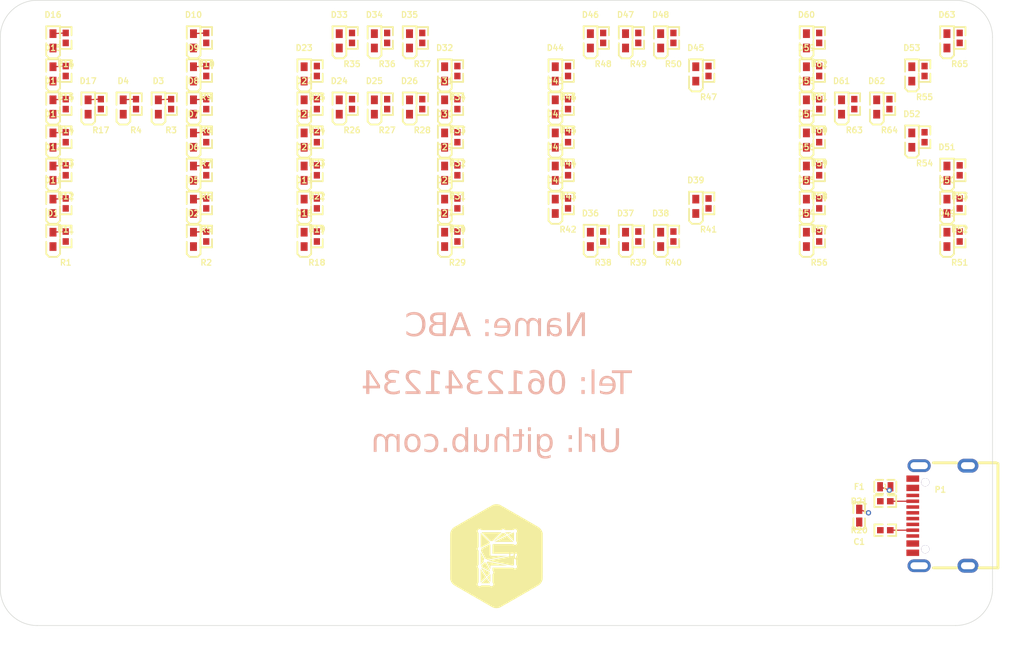
<source format=kicad_pcb>
(kicad_pcb (version 20240108) (generator "pcbnew") (generator_version "8.0")
  (layers (0 "F.Cu" signal) (31 "B.Cu" signal) (34 "B.Paste" user) (35 "F.Paste" user) (36 "B.SilkS" user "B.Silkscreen") (37 "F.SilkS" user "F.Silkscreen") (38 "B.Mask" user) (39 "F.Mask" user) (44 "Edge.Cuts" user))
  (net 0 "")
  (net 1 "P1-10")
  (net 2 "P1-4-R20-1")
  (net 3 "F1-1-P1-11-P1-2")
  (net 4 "P1-6")
  (net 5 "P1-9-R21-1")
  (net 6 "P1-13-P1-14")
  (net 7 "P1-7")
  (net 8 "gnd")
  (net 9 "P1-8")
  (net 10 "P1-3")
  (net 11 "P1-5")
  (net 12 "D4-1-R4-1")
  (net 13 "D17-1-R17-1")
  (net 14 "D16-1-R16-1")
  (net 15 "D15-1-R15-1")
  (net 16 "D14-1-R14-1")
  (net 17 "D13-1-R13-1")
  (net 18 "D12-1-R12-1")
  (net 19 "D11-1-R11-1")
  (net 20 "D1-1-R1-1")
  (net 21 "vbus")
  (net 22 "D3-1-R3-1")
  (net 23 "D2-1-R2-1")
  (net 24 "D7-1-R7-1")
  (net 25 "D5-1-R5-1")
  (net 26 "D6-1-R6-1")
  (net 27 "D20-1-R22-1")
  (net 28 "D19-1-R19-1")
  (net 29 "D18-1-R18-1")
  (net 30 "D10-1-R10-1")
  (net 31 "D8-1-R8-1")
  (net 32 "D30-1-R32-1")
  (net 33 "D29-1-R31-1")
  (net 34 "D28-1-R30-1")
  (net 35 "D9-1-R9-1")
  (net 36 "D27-1-R29-1")
  (net 37 "D26-1-R28-1")
  (net 38 "D25-1-R27-1")
  (net 39 "D24-1-R26-1")
  (net 40 "D23-1-R25-1")
  (net 41 "D22-1-R24-1")
  (net 42 "D21-1-R23-1")
  (net 43 "R22-2")
  (net 44 "R2-2")
  (net 45 "R19-2")
  (net 46 "R18-2")
  (net 47 "R17-2")
  (net 48 "R16-2")
  (net 49 "R15-2")
  (net 50 "R14-2")
  (net 51 "R13-2")
  (net 52 "R12-2")
  (net 53 "R11-2")
  (net 54 "R10-2")
  (net 55 "R1-2")
  (net 56 "R3-2")
  (net 57 "R8-2")
  (net 58 "R7-2")
  (net 59 "R6-2")
  (net 60 "R5-2")
  (net 61 "R4-2")
  (net 62 "R32-2")
  (net 63 "R31-2")
  (net 64 "R30-2")
  (net 65 "R9-2")
  (net 66 "R29-2")
  (net 67 "R28-2")
  (net 68 "R27-2")
  (net 69 "R26-2")
  (net 70 "R25-2")
  (net 71 "R24-2")
  (net 72 "R23-2")
  (net 73 "D9-2")
  (net 74 "D1-2")
  (net 75 "D10-2")
  (net 76 "D11-2")
  (net 77 "D12-2")
  (net 78 "D13-2")
  (net 79 "D14-2")
  (net 80 "D15-2")
  (net 81 "D16-2")
  (net 82 "D17-2")
  (net 83 "D18-2")
  (net 84 "D19-2")
  (net 85 "D2-2")
  (net 86 "D20-2")
  (net 87 "D21-2")
  (net 88 "D22-2")
  (net 89 "D23-2")
  (net 90 "D24-2")
  (net 91 "D25-2")
  (net 92 "D26-2")
  (net 93 "D27-2")
  (net 94 "D28-2")
  (net 95 "D29-2")
  (net 96 "D3-2")
  (net 97 "D30-2")
  (net 98 "D4-2")
  (net 99 "D5-2")
  (net 100 "D6-2")
  (net 101 "D7-2")
  (net 102 "D8-2")
  (net 103 "R42-2")
  (net 104 "D40-1-R42-1")
  (net 105 "D48-1-R50-1")
  (net 106 "R50-2")
  (net 107 "D47-1-R49-1")
  (net 108 "R49-2")
  (net 109 "R48-2")
  (net 110 "D46-1-R48-1")
  (net 111 "D45-1-R47-1")
  (net 112 "R47-2")
  (net 113 "D44-1-R46-1")
  (net 114 "R46-2")
  (net 115 "D43-1-R45-1")
  (net 116 "R45-2")
  (net 117 "R44-2")
  (net 118 "D42-1-R44-1")
  (net 119 "R43-2")
  (net 120 "D41-1-R43-1")
  (net 121 "R41-2")
  (net 122 "D39-1-R41-1")
  (net 123 "R40-2")
  (net 124 "D38-1-R40-1")
  (net 125 "D37-1-R39-1")
  (net 126 "R39-2")
  (net 127 "D36-1-R38-1")
  (net 128 "R38-2")
  (net 129 "D35-1-R37-1")
  (net 130 "R37-2")
  (net 131 "D34-1-R36-1")
  (net 132 "R36-2")
  (net 133 "R35-2")
  (net 134 "D33-1-R35-1")
  (net 135 "R34-2")
  (net 136 "D32-1-R34-1")
  (net 137 "R33-2")
  (net 138 "D31-1-R33-1")
  (net 139 "D32-2")
  (net 140 "D48-2")
  (net 141 "D47-2")
  (net 142 "D46-2")
  (net 143 "D45-2")
  (net 144 "D44-2")
  (net 145 "D43-2")
  (net 146 "D42-2")
  (net 147 "D41-2")
  (net 148 "D40-2")
  (net 149 "D39-2")
  (net 150 "D38-2")
  (net 151 "D37-2")
  (net 152 "D36-2")
  (net 153 "D35-2")
  (net 154 "D34-2")
  (net 155 "D33-2")
  (net 156 "D31-2")
  (net 157 "R61-2")
  (net 158 "D59-1-R61-1")
  (net 159 "R54-2")
  (net 160 "D52-1-R54-1")
  (net 161 "R55-2")
  (net 162 "D53-1-R55-1")
  (net 163 "D54-1-R56-1")
  (net 164 "R56-2")
  (net 165 "R57-2")
  (net 166 "D55-1-R57-1")
  (net 167 "D56-1-R58-1")
  (net 168 "R58-2")
  (net 169 "R59-2")
  (net 170 "D57-1-R59-1")
  (net 171 "R60-2")
  (net 172 "D58-1-R60-1")
  (net 173 "R53-2")
  (net 174 "D51-1-R53-1")
  (net 175 "D60-1-R62-1")
  (net 176 "R62-2")
  (net 177 "R63-2")
  (net 178 "D61-1-R63-1")
  (net 179 "D62-1-R64-1")
  (net 180 "R64-2")
  (net 181 "R65-2")
  (net 182 "D63-1-R65-1")
  (net 183 "R51-2")
  (net 184 "D49-1-R51-1")
  (net 185 "D50-1-R52-1")
  (net 186 "R52-2")
  (net 187 "D63-2")
  (net 188 "D62-2")
  (net 189 "D61-2")
  (net 190 "D60-2")
  (net 191 "D59-2")
  (net 192 "D58-2")
  (net 193 "D57-2")
  (net 194 "D56-2")
  (net 195 "D55-2")
  (net 196 "D54-2")
  (net 197 "D53-2")
  (net 198 "D51-2")
  (net 199 "D49-2")
  (net 200 "D50-2")
  (net 201 "D52-2")
  (footprint "lcsc:LED0402-R-RD_RED" (layer "F.Cu") (at 35.3030303030303 9.21428571428571 90)
    (property "Reference" "D26")
    (property "Value" "LED")
  )
  (footprint "lcsc:R0402" (layer "F.Cu") (at 70.64545454545454 8.96428571428571 -90)
    (property "Reference" "R60")
    (property "Value" "100Ω")
  )
  (footprint "lcsc:LED0402-R-RD_RED" (layer "F.Cu") (at 26.21212121212121 17.78571428571428 90)
    (property "Reference" "D19")
    (property "Value" "LED")
  )
  (footprint "lcsc:R0402" (layer "F.Cu") (at 58.06969696969697 3.25 -90)
    (property "Reference" "R50")
    (property "Value" "100Ω")
  )
  (footprint "lcsc:LED0402-R-RD_RED" (layer "F.Cu") (at 16.666666666666664 17.78571428571428 90)
    (property "Reference" "D5")
    (property "Value" "LED")
  )
  (footprint "lcsc:R0402" (layer "F.Cu") (at 48.97878787878788 6.107142857142852 -90)
    (property "Reference" "R46")
    (property "Value" "100Ω")
  )
  (footprint "lcsc:R0402" (layer "F.Cu") (at 70.64545454545454 11.821428571428568 -90)
    (property "Reference" "R59")
    (property "Value" "100Ω")
  )
  (footprint "lcsc:LED0402-R-RD_RED" (layer "F.Cu") (at 29.242424242424242 9.21428571428571 90)
    (property "Reference" "D24")
    (property "Value" "LED")
  )
  (footprint "lcsc:R0402" (layer "F.Cu") (at 8.675757575757576 8.96428571428571 -90)
    (property "Reference" "R17")
    (property "Value" "100Ω")
  )
  (footprint "lcsc:LED0402-R-RD_RED" (layer "F.Cu") (at 56.96969696969697 3.5 90)
    (property "Reference" "D48")
    (property "Value" "LED")
  )
  (footprint "lcsc:R0402" (layer "F.Cu") (at 55.03939393939394 3.25 -90)
    (property "Reference" "R49")
    (property "Value" "100Ω")
  )
  (footprint "lcsc:R0402" (layer "F.Cu") (at 76.35 45.75 180)
    (property "Reference" "R20")
    (property "Value" "5.1kΩ")
  )
  (footprint "lcsc:LED0402-R-RD_RED" (layer "F.Cu") (at 69.54545454545455 3.5 90)
    (property "Reference" "D60")
    (property "Value" "LED")
  )
  (footprint "lcsc:R0402" (layer "F.Cu") (at 79.73636363636363 11.821428571428568 -90)
    (property "Reference" "R54")
    (property "Value" "100Ω")
  )
  (footprint "lcsc:LED0402-R-RD_RED" (layer "F.Cu") (at 38.33333333333333 12.071428571428568 90)
    (property "Reference" "D30")
    (property "Value" "LED")
  )
  (footprint "lcsc:LED0402-R-RD_RED" (layer "F.Cu") (at 38.33333333333333 6.357142857142852 90)
    (property "Reference" "D32")
    (property "Value" "LED")
  )
  (footprint "lcsc:R0402" (layer "F.Cu") (at 36.4030303030303 8.96428571428571 -90)
    (property "Reference" "R28")
    (property "Value" "100Ω")
  )
  (footprint "lcsc:R0402" (layer "F.Cu") (at 52.00909090909091 3.25 -90)
    (property "Reference" "R48")
    (property "Value" "100Ω")
  )
  (footprint "lcsc:R0402" (layer "F.Cu") (at 30.342424242424244 3.25 -90)
    (property "Reference" "R35")
    (property "Value" "100Ω")
  )
  (footprint "lcsc:LED0402-R-RD_RED" (layer "F.Cu") (at 69.54545454545455 17.78571428571428 90)
    (property "Reference" "D55")
    (property "Value" "LED")
  )
  (footprint "lcsc:R0402" (layer "F.Cu") (at 5.645454545454546 20.39285714285714 -90)
    (property "Reference" "R1")
    (property "Value" "100Ω")
  )
  (footprint "lcsc:R0402" (layer "F.Cu") (at 27.312121212121212 14.678571428571423 -90)
    (property "Reference" "R22")
    (property "Value" "100Ω")
  )
  (footprint "lcsc:LED0402-R-RD_RED" (layer "F.Cu") (at 69.54545454545455 12.071428571428568 90)
    (property "Reference" "D57")
    (property "Value" "LED")
  )
  (footprint "lcsc:R0402" (layer "F.Cu") (at 82.76666666666667 3.25 -90)
    (property "Reference" "R65")
    (property "Value" "100Ω")
  )
  (footprint "lcsc:R0402" (layer "F.Cu") (at 5.645454545454546 8.96428571428571 -90)
    (property "Reference" "R14")
    (property "Value" "100Ω")
  )
  (footprint "lcsc:R0402" (layer "F.Cu") (at 48.97878787878788 14.678571428571423 -90)
    (property "Reference" "R43")
    (property "Value" "100Ω")
  )
  (footprint "lcsc:LED0402-R-RD_RED" (layer "F.Cu") (at 16.666666666666664 6.357142857142852 90)
    (property "Reference" "D9")
    (property "Value" "LED")
  )
  (footprint "lcsc:LED0402-R-RD_RED" (layer "F.Cu") (at 53.93939393939394 20.64285714285714 90)
    (property "Reference" "D37")
    (property "Value" "LED")
  )
  (footprint "lcsc:LED0402-R-RD_RED" (layer "F.Cu") (at 47.878787878787875 17.78571428571428 90)
    (property "Reference" "D40")
    (property "Value" "LED")
  )
  (footprint "lcsc:LED0402-R-RD_RED" (layer "F.Cu") (at 81.66666666666667 20.64285714285714 90)
    (property "Reference" "D49")
    (property "Value" "LED")
  )
  (footprint "lcsc:LED0402-R-RD_RED" (layer "F.Cu") (at 81.66666666666667 3.5 90)
    (property "Reference" "D63")
    (property "Value" "LED")
  )
  (footprint "lcsc:LED0402-R-RD_RED" (layer "F.Cu") (at 4.545454545454547 9.21428571428571 90)
    (property "Reference" "D14")
    (property "Value" "LED")
  )
  (footprint "lcsc:LED0402-R-RD_RED" (layer "F.Cu") (at 81.66666666666667 14.928571428571423 90)
    (property "Reference" "D51")
    (property "Value" "LED")
  )
  (footprint "lcsc:LED0402-R-RD_RED" (layer "F.Cu") (at 16.666666666666664 9.21428571428571 90)
    (property "Reference" "D8")
    (property "Value" "LED")
  )
  (footprint "lcsc:LED0402-R-RD_RED" (layer "F.Cu") (at 78.63636363636364 12.071428571428568 90)
    (property "Reference" "D52")
    (property "Value" "LED")
  )
  (footprint "lcsc:LED0402-R-RD_RED" (layer "F.Cu") (at 50.90909090909091 3.5 90)
    (property "Reference" "D46")
    (property "Value" "LED")
  )
  (footprint "lcsc:LED0402-R-RD_RED" (layer "F.Cu") (at 47.878787878787875 9.21428571428571 90)
    (property "Reference" "D43")
    (property "Value" "LED")
  )
  (footprint "lcsc:R0402" (layer "F.Cu") (at 70.64545454545454 14.678571428571423 -90)
    (property "Reference" "R58")
    (property "Value" "100Ω")
  )
  (footprint "lcsc:LED0402-R-RD_RED" (layer "F.Cu") (at 26.21212121212121 14.928571428571423 90)
    (property "Reference" "D20")
    (property "Value" "LED")
  )
  (footprint "lcsc:R0402" (layer "F.Cu") (at 61.1 6.107142857142852 -90)
    (property "Reference" "R47")
    (property "Value" "100Ω")
  )
  (footprint "lcsc:LED0402-R-RD_RED" (layer "F.Cu") (at 16.666666666666664 3.5 90)
    (property "Reference" "D10")
    (property "Value" "LED")
  )
  (footprint "lcsc:R0402" (layer "F.Cu") (at 70.64545454545454 3.25 -90)
    (property "Reference" "R62")
    (property "Value" "100Ω")
  )
  (footprint "lcsc:LED0402-R-RD_RED" (layer "F.Cu") (at 47.878787878787875 12.071428571428568 90)
    (property "Reference" "D42")
    (property "Value" "LED")
  )
  (footprint "lcsc:LED0402-R-RD_RED" (layer "F.Cu") (at 4.545454545454547 17.78571428571428 90)
    (property "Reference" "D11")
    (property "Value" "LED")
  )
  (footprint "lcsc:R0402" (layer "F.Cu") (at 76.7060606060606 8.96428571428571 -90)
    (property "Reference" "R64")
    (property "Value" "100Ω")
  )
  (footprint "lcsc:LED0402-R-RD_RED" (layer "F.Cu") (at 47.878787878787875 6.357142857142852 90)
    (property "Reference" "D44")
    (property "Value" "LED")
  )
  (footprint "lcsc:R0402" (layer "F.Cu") (at 17.766666666666666 20.39285714285714 -90)
    (property "Reference" "R2")
    (property "Value" "100Ω")
  )
  (footprint "lcsc:USB-C-SMD_TYPE-C-6PIN-2MD-073" (layer "F.Cu") (at 81.1 44.5 90)
    (property "Reference" "P1")
    (property "Value" "USB_Type_C_Receptacle_16_pin")
  )
  (footprint "lcsc:R0402" (layer "F.Cu") (at 17.766666666666666 11.821428571428568 -90)
    (property "Reference" "R7")
    (property "Value" "100Ω")
  )
  (footprint "lcsc:R0402" (layer "F.Cu") (at 5.645454545454546 14.678571428571423 -90)
    (property "Reference" "R12")
    (property "Value" "100Ω")
  )
  (footprint "lcsc:R0402" (layer "F.Cu") (at 76.35 43.25 180)
    (property "Reference" "R21")
    (property "Value" "5.1kΩ")
  )
  (footprint "lcsc:LED0402-R-RD_RED" (layer "F.Cu") (at 16.666666666666664 20.64285714285714 90)
    (property "Reference" "D2")
    (property "Value" "LED")
  )
  (footprint "lcsc:R0402" (layer "F.Cu") (at 17.766666666666666 8.96428571428571 -90)
    (property "Reference" "R8")
    (property "Value" "100Ω")
  )
  (footprint "lcsc:R0402" (layer "F.Cu") (at 48.97878787878788 17.53571428571428 -90)
    (property "Reference" "R42")
    (property "Value" "100Ω")
  )
  (footprint "lcsc:LED0402-R-RD_RED" (layer "F.Cu") (at 4.545454545454547 12.071428571428568 90)
    (property "Reference" "D13")
    (property "Value" "LED")
  )
  (footprint "lcsc:R0402" (layer "F.Cu") (at 17.766666666666666 3.25 -90)
    (property "Reference" "R10")
    (property "Value" "100Ω")
  )
  (footprint "lcsc:R0402" (layer "F.Cu") (at 52.00909090909091 20.39285714285714 -90)
    (property "Reference" "R38")
    (property "Value" "100Ω")
  )
  (footprint "lcsc:LED0402-R-RD_RED" (layer "F.Cu") (at 69.54545454545455 9.21428571428571 90)
    (property "Reference" "D58")
    (property "Value" "LED")
  )
  (footprint "lcsc:R0402" (layer "F.Cu") (at 27.312121212121212 17.53571428571428 -90)
    (property "Reference" "R19")
    (property "Value" "100Ω")
  )
  (footprint "lcsc:R0402" (layer "F.Cu") (at 17.766666666666666 17.53571428571428 -90)
    (property "Reference" "R5")
    (property "Value" "100Ω")
  )
  (footprint "lcsc:R0402" (layer "F.Cu") (at 48.97878787878788 11.821428571428568 -90)
    (property "Reference" "R44")
    (property "Value" "100Ω")
  )
  (footprint "lcsc:LED0402-R-RD_RED" (layer "F.Cu") (at 69.54545454545455 20.64285714285714 90)
    (property "Reference" "D54")
    (property "Value" "LED")
  )
  (footprint "lcsc:LED0402-R-RD_RED" (layer "F.Cu") (at 4.545454545454547 3.5 90)
    (property "Reference" "D16")
    (property "Value" "LED")
  )
  (footprint "lcsc:LED0402-R-RD_RED" (layer "F.Cu") (at 38.33333333333333 9.21428571428571 90)
    (property "Reference" "D31")
    (property "Value" "LED")
  )
  (footprint "lcsc:LED0402-R-RD_RED" (layer "F.Cu") (at 32.272727272727266 9.21428571428571 90)
    (property "Reference" "D25")
    (property "Value" "LED")
  )
  (footprint "lcsc:R0402" (layer "F.Cu") (at 33.37272727272727 3.25 -90)
    (property "Reference" "R36")
    (property "Value" "100Ω")
  )
  (footprint "lcsc:LED0402-R-RD_RED" (layer "F.Cu") (at 69.54545454545455 6.357142857142852 90)
    (property "Reference" "D59")
    (property "Value" "LED")
  )
  (footprint "lcsc:LED0402-R-RD_RED" (layer "F.Cu") (at 50.90909090909091 20.64285714285714 90)
    (property "Reference" "D36")
    (property "Value" "LED")
  )
  (footprint "lcsc:LED0402-R-RD_RED" (layer "F.Cu") (at 60.0 6.357142857142852 90)
    (property "Reference" "D45")
    (property "Value" "LED")
  )
  (footprint "lcsc:LED0402-R-RD_RED" (layer "F.Cu") (at 35.3030303030303 3.5 90)
    (property "Reference" "D35")
    (property "Value" "LED")
  )
  (footprint "lcsc:R0402" (layer "F.Cu") (at 82.76666666666667 14.678571428571423 -90)
    (property "Reference" "R53")
    (property "Value" "100Ω")
  )
  (footprint "lcsc:R0402" (layer "F.Cu") (at 79.73636363636363 6.107142857142852 -90)
    (property "Reference" "R55")
    (property "Value" "100Ω")
  )
  (footprint "lcsc:R0402" (layer "F.Cu") (at 5.645454545454546 17.53571428571428 -90)
    (property "Reference" "R11")
    (property "Value" "100Ω")
  )
  (footprint "lcsc:LED0402-R-RD_RED" (layer "F.Cu") (at 26.21212121212121 12.071428571428568 90)
    (property "Reference" "D21")
    (property "Value" "LED")
  )
  (footprint "lcsc:LED0402-R-RD_RED" (layer "F.Cu") (at 38.33333333333333 17.78571428571428 90)
    (property "Reference" "D28")
    (property "Value" "LED")
  )
  (footprint "lcsc:LED0402-R-RD_RED" (layer "F.Cu") (at 26.21212121212121 20.64285714285714 90)
    (property "Reference" "D18")
    (property "Value" "LED")
  )
  (footprint "lcsc:R0402" (layer "F.Cu") (at 39.43333333333333 17.53571428571428 -90)
    (property "Reference" "R30")
    (property "Value" "100Ω")
  )
  (footprint "lcsc:R0402" (layer "F.Cu") (at 11.706060606060605 8.96428571428571 -90)
    (property "Reference" "R4")
    (property "Value" "100Ω")
  )
  (footprint "lcsc:LED0402-R-RD_RED" (layer "F.Cu") (at 78.63636363636364 6.357142857142852 90)
    (property "Reference" "D53")
    (property "Value" "LED")
  )
  (footprint "lcsc:R0402" (layer "F.Cu") (at 39.43333333333333 6.107142857142852 -90)
    (property "Reference" "R34")
    (property "Value" "100Ω")
  )
  (footprint "lcsc:R0402" (layer "F.Cu") (at 70.64545454545454 20.39285714285714 -90)
    (property "Reference" "R56")
    (property "Value" "100Ω")
  )
  (footprint "lcsc:LED0402-R-RD_RED" (layer "F.Cu") (at 75.60606060606061 9.21428571428571 90)
    (property "Reference" "D62")
    (property "Value" "LED")
  )
  (footprint "logo:faebryk_logo" (layer "F.Cu") (at 42.8 47.989999999999995 0)
    (property "Reference" "LOGO1")
    (property "Value" "Faebryk_Logo" (hide yes))
  )
  (footprint "lcsc:LED0402-R-RD_RED" (layer "F.Cu") (at 53.93939393939394 3.5 90)
    (property "Reference" "D47")
    (property "Value" "LED")
  )
  (footprint "lcsc:LED0402-R-RD_RED" (layer "F.Cu") (at 29.242424242424242 3.5 90)
    (property "Reference" "D33")
    (property "Value" "LED")
  )
  (footprint "lcsc:C0402" (layer "F.Cu") (at 74.1 44.5 270)
    (property "Reference" "C1")
    (property "Value" "100nF 16V X7R")
  )
  (footprint "lcsc:R0402" (layer "F.Cu") (at 39.43333333333333 20.39285714285714 -90)
    (property "Reference" "R29")
    (property "Value" "100Ω")
  )
  (footprint "lcsc:R0402" (layer "F.Cu") (at 39.43333333333333 14.678571428571423 -90)
    (property "Reference" "R31")
    (property "Value" "100Ω")
  )
  (footprint "lcsc:LED0402-R-RD_RED" (layer "F.Cu") (at 47.878787878787875 14.928571428571423 90)
    (property "Reference" "D41")
    (property "Value" "LED")
  )
  (footprint "lcsc:R0402" (layer "F.Cu") (at 70.64545454545454 6.107142857142852 -90)
    (property "Reference" "R61")
    (property "Value" "100Ω")
  )
  (footprint "lcsc:LED0402-R-RD_RED" (layer "F.Cu") (at 13.636363636363637 9.21428571428571 90)
    (property "Reference" "D3")
    (property "Value" "LED")
  )
  (footprint "lcsc:R0402" (layer "F.Cu") (at 17.766666666666666 6.107142857142852 -90)
    (property "Reference" "R9")
    (property "Value" "100Ω")
  )
  (footprint "lcsc:R0402" (layer "F.Cu") (at 39.43333333333333 8.96428571428571 -90)
    (property "Reference" "R33")
    (property "Value" "100Ω")
  )
  (footprint "lcsc:R0402" (layer "F.Cu") (at 5.645454545454546 3.25 -90)
    (property "Reference" "R16")
    (property "Value" "100Ω")
  )
  (footprint "lcsc:R0402" (layer "F.Cu") (at 27.312121212121212 11.821428571428568 -90)
    (property "Reference" "R23")
    (property "Value" "100Ω")
  )
  (footprint "lcsc:LED0402-R-RD_RED" (layer "F.Cu") (at 72.57575757575758 9.21428571428571 90)
    (property "Reference" "D61")
    (property "Value" "LED")
  )
  (footprint "lcsc:LED0402-R-RD_RED" (layer "F.Cu") (at 32.272727272727266 3.5 90)
    (property "Reference" "D34")
    (property "Value" "LED")
  )
  (footprint "lcsc:LED0402-R-RD_RED" (layer "F.Cu") (at 56.96969696969697 20.64285714285714 90)
    (property "Reference" "D38")
    (property "Value" "LED")
  )
  (footprint "lcsc:R0402" (layer "F.Cu") (at 30.342424242424244 8.96428571428571 -90)
    (property "Reference" "R26")
    (property "Value" "100Ω")
  )
  (footprint "lcsc:R0402" (layer "F.Cu") (at 82.76666666666667 17.53571428571428 -90)
    (property "Reference" "R52")
    (property "Value" "100Ω")
  )
  (footprint "lcsc:R0402" (layer "F.Cu") (at 27.312121212121212 8.96428571428571 -90)
    (property "Reference" "R24")
    (property "Value" "100Ω")
  )
  (footprint "lcsc:LED0402-R-RD_RED" (layer "F.Cu") (at 16.666666666666664 12.071428571428568 90)
    (property "Reference" "D7")
    (property "Value" "LED")
  )
  (footprint "lcsc:F0402" (layer "F.Cu") (at 76.35 42.0 180)
    (property "Reference" "F1")
    (property "Value" "Fuse")
  )
  (footprint "lcsc:LED0402-R-RD_RED" (layer "F.Cu") (at 4.545454545454547 20.64285714285714 90)
    (property "Reference" "D1")
    (property "Value" "LED")
  )
  (footprint "lcsc:LED0402-R-RD_RED" (layer "F.Cu") (at 69.54545454545455 14.928571428571423 90)
    (property "Reference" "D56")
    (property "Value" "LED")
  )
  (footprint "lcsc:LED0402-R-RD_RED" (layer "F.Cu") (at 7.575757575757576 9.21428571428571 90)
    (property "Reference" "D17")
    (property "Value" "LED")
  )
  (footprint "lcsc:R0402" (layer "F.Cu") (at 73.67575757575757 8.96428571428571 -90)
    (property "Reference" "R63")
    (property "Value" "100Ω")
  )
  (footprint "lcsc:R0402" (layer "F.Cu") (at 58.06969696969697 20.39285714285714 -90)
    (property "Reference" "R40")
    (property "Value" "100Ω")
  )
  (footprint "lcsc:R0402" (layer "F.Cu") (at 33.37272727272727 8.96428571428571 -90)
    (property "Reference" "R27")
    (property "Value" "100Ω")
  )
  (footprint "lcsc:LED0402-R-RD_RED" (layer "F.Cu") (at 26.21212121212121 6.357142857142852 90)
    (property "Reference" "D23")
    (property "Value" "LED")
  )
  (footprint "lcsc:R0402" (layer "F.Cu") (at 36.4030303030303 3.25 -90)
    (property "Reference" "R37")
    (property "Value" "100Ω")
  )
  (footprint "lcsc:R0402" (layer "F.Cu") (at 27.312121212121212 6.107142857142852 -90)
    (property "Reference" "R25")
    (property "Value" "100Ω")
  )
  (footprint "lcsc:LED0402-R-RD_RED" (layer "F.Cu") (at 4.545454545454547 14.928571428571423 90)
    (property "Reference" "D12")
    (property "Value" "LED")
  )
  (footprint "lcsc:R0402" (layer "F.Cu") (at 48.97878787878788 8.96428571428571 -90)
    (property "Reference" "R45")
    (property "Value" "100Ω")
  )
  (footprint "lcsc:R0402" (layer "F.Cu") (at 61.1 17.53571428571428 -90)
    (property "Reference" "R41")
    (property "Value" "100Ω")
  )
  (footprint "lcsc:R0402" (layer "F.Cu") (at 70.64545454545454 17.53571428571428 -90)
    (property "Reference" "R57")
    (property "Value" "100Ω")
  )
  (footprint "lcsc:LED0402-R-RD_RED" (layer "F.Cu") (at 16.666666666666664 14.928571428571423 90)
    (property "Reference" "D6")
    (property "Value" "LED")
  )
  (footprint "lcsc:LED0402-R-RD_RED" (layer "F.Cu") (at 10.606060606060606 9.21428571428571 90)
    (property "Reference" "D4")
    (property "Value" "LED")
  )
  (footprint "lcsc:LED0402-R-RD_RED" (layer "F.Cu") (at 60.0 17.78571428571428 90)
    (property "Reference" "D39")
    (property "Value" "LED")
  )
  (footprint "lcsc:LED0402-R-RD_RED" (layer "F.Cu") (at 38.33333333333333 20.64285714285714 90)
    (property "Reference" "D27")
    (property "Value" "LED")
  )
  (footprint "lcsc:R0402" (layer "F.Cu") (at 82.76666666666667 20.39285714285714 -90)
    (property "Reference" "R51")
    (property "Value" "100Ω")
  )
  (footprint "lcsc:LED0402-R-RD_RED" (layer "F.Cu") (at 81.66666666666667 17.78571428571428 90)
    (property "Reference" "D50")
    (property "Value" "LED")
  )
  (footprint "lcsc:LED0402-R-RD_RED" (layer "F.Cu") (at 26.21212121212121 9.21428571428571 90)
    (property "Reference" "D22")
    (property "Value" "LED")
  )
  (footprint "lcsc:R0402" (layer "F.Cu") (at 17.766666666666666 14.678571428571423 -90)
    (property "Reference" "R6")
    (property "Value" "100Ω")
  )
  (footprint "lcsc:LED0402-R-RD_RED" (layer "F.Cu") (at 38.33333333333333 14.928571428571423 90)
    (property "Reference" "D29")
    (property "Value" "LED")
  )
  (footprint "lcsc:R0402" (layer "F.Cu") (at 5.645454545454546 6.107142857142852 -90)
    (property "Reference" "R15")
    (property "Value" "100Ω")
  )
  (footprint "lcsc:R0402" (layer "F.Cu") (at 5.645454545454546 11.821428571428568 -90)
    (property "Reference" "R13")
    (property "Value" "100Ω")
  )
  (footprint "lcsc:R0402" (layer "F.Cu") (at 27.312121212121212 20.39285714285714 -90)
    (property "Reference" "R18")
    (property "Value" "100Ω")
  )
  (footprint "lcsc:R0402" (layer "F.Cu") (at 14.736363636363636 8.96428571428571 -90)
    (property "Reference" "R3")
    (property "Value" "100Ω")
  )
  (footprint "lcsc:R0402" (layer "F.Cu") (at 39.43333333333333 11.821428571428568 -90)
    (property "Reference" "R32")
    (property "Value" "100Ω")
  )
  (footprint "lcsc:R0402" (layer "F.Cu") (at 55.03939393939394 20.39285714285714 -90)
    (property "Reference" "R39")
    (property "Value" "100Ω")
  )
  (footprint "lcsc:LED0402-R-RD_RED" (layer "F.Cu") (at 4.545454545454547 6.357142857142852 90)
    (property "Reference" "D15")
    (property "Value" "LED")
  )
  (gr_arc (start 82.41999999999999 0.0) (mid 84.66859956417322 0.9314004358267787) (end 85.6 3.18) (stroke (width 0.05)) (layer "Edge.Cuts"))
  (gr_arc (start 85.6 50.8) (mid 84.66859956417322 53.048599564173216) (end 82.41999999999999 53.98) (stroke (width 0.05)) (layer "Edge.Cuts"))
  (gr_arc (start 3.18 53.98) (mid 0.9314004358267787 53.048599564173216) (end 0.0 50.8) (stroke (width 0.05)) (layer "Edge.Cuts"))
  (gr_arc (start 0.0 3.18) (mid 0.9314004358267787 0.9314004358267787) (end 3.18 0.0) (stroke (width 0.05)) (layer "Edge.Cuts"))
  (gr_line (start 3.18 0.0) (end 82.41999999999999 0.0) (stroke (width 0.05)) (layer "Edge.Cuts"))
  (gr_line (start 85.6 3.18) (end 85.6 50.8) (stroke (width 0.05)) (layer "Edge.Cuts"))
  (gr_line (start 82.41999999999999 53.98) (end 3.18 53.98) (stroke (width 0.05)) (layer "Edge.Cuts"))
  (gr_line (start 0.0 50.8) (end 0.0 3.18) (stroke (width 0.05)) (layer "Edge.Cuts"))
  (gr_text "Name: ABC" (at 42.8 26.99) (layer "B.SilkS") (effects (font (size 2 2) (thickness 0.1)) (justify mirror top)))
  (gr_text "Tel: 0612341234" (at 42.8 31.99) (layer "B.SilkS") (effects (font (size 2 2) (thickness 0.1)) (justify mirror top)))
  (gr_text "Url: github.com" (at 42.8 36.989999999999995) (layer "B.SilkS") (effects (font (size 2 2) (thickness 0.1)) (justify mirror top)))
  (segment (start 78.72 45.75) (end 76.78 45.75) (width 0.1) (layer "F.Cu") (net 2))
  (segment (start 76.78 43.25) (end 78.72 43.25) (width 0.1) (layer "F.Cu") (net 5))
  (via (at 76.7 42.3) (size 0.45) (drill 0.25) (layers "F.Cu" "B.Cu") (net 21))
  (segment (start 75.9 42.0) (end 76.7 42.3) (width 0.1) (layer "F.Cu") (net 21))
  (via (at 74.9 44.25) (size 0.45) (drill 0.25) (layers "F.Cu" "B.Cu") (net 21))
  (segment (start 74.1 43.95) (end 74.9 44.25) (width 0.1) (layer "F.Cu") (net 21))
  (segment (start 5.65 19.96) (end 4.55 20.02) (width 0.1) (layer "F.Cu") (net 20))
  (segment (start 5.65 17.11) (end 4.55 17.17) (width 0.1) (layer "F.Cu") (net 19))
  (segment (start 5.65 14.25) (end 4.55 14.31) (width 0.1) (layer "F.Cu") (net 18))
  (segment (start 4.55 11.45) (end 5.65 11.39) (width 0.1) (layer "F.Cu") (net 17))
  (segment (start 4.55 8.59) (end 5.65 8.53) (width 0.1) (layer "F.Cu") (net 16))
  (segment (start 5.65 5.68) (end 4.55 5.74) (width 0.1) (layer "F.Cu") (net 15))
  (segment (start 4.55 2.88) (end 5.65 2.82) (width 0.1) (layer "F.Cu") (net 14))
  (segment (start 7.58 8.59) (end 8.68 8.53) (width 0.1) (layer "F.Cu") (net 13))
  (segment (start 10.61 8.59) (end 11.71 8.53) (width 0.1) (layer "F.Cu") (net 12))
  (segment (start 13.64 8.59) (end 14.74 8.53) (width 0.1) (layer "F.Cu") (net 22))
  (segment (start 16.67 20.02) (end 17.77 19.96) (width 0.1) (layer "F.Cu") (net 23))
  (segment (start 16.67 17.17) (end 17.77 17.11) (width 0.1) (layer "F.Cu") (net 25))
  (segment (start 16.67 14.31) (end 17.77 14.25) (width 0.1) (layer "F.Cu") (net 26))
  (segment (start 17.77 11.39) (end 16.67 11.45) (width 0.1) (layer "F.Cu") (net 24))
  (segment (start 17.77 8.53) (end 16.67 8.59) (width 0.1) (layer "F.Cu") (net 31))
  (segment (start 16.67 5.74) (end 17.77 5.68) (width 0.1) (layer "F.Cu") (net 35))
  (segment (start 17.77 2.82) (end 16.67 2.88) (width 0.1) (layer "F.Cu") (net 30))
)
</source>
